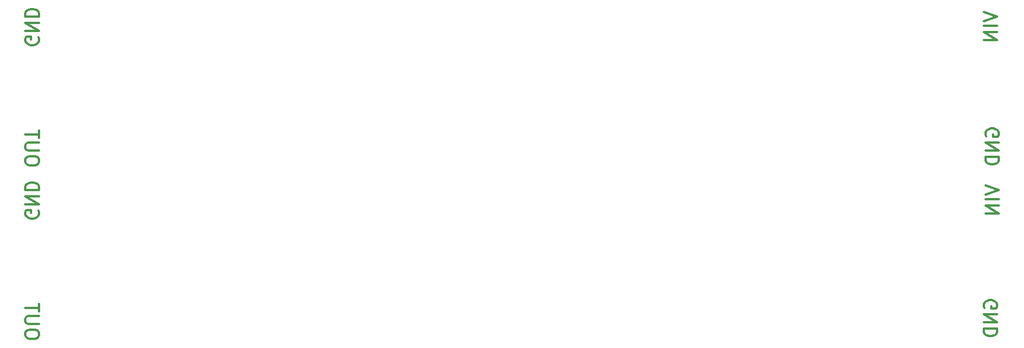
<source format=gbr>
%TF.GenerationSoftware,KiCad,Pcbnew,7.0.5*%
%TF.CreationDate,2025-04-03T03:30:24-04:00*%
%TF.ProjectId,fuck_it_stepper_2,6675636b-5f69-4745-9f73-746570706572,rev?*%
%TF.SameCoordinates,Original*%
%TF.FileFunction,Legend,Bot*%
%TF.FilePolarity,Positive*%
%FSLAX46Y46*%
G04 Gerber Fmt 4.6, Leading zero omitted, Abs format (unit mm)*
G04 Created by KiCad (PCBNEW 7.0.5) date 2025-04-03 03:30:24*
%MOMM*%
%LPD*%
G01*
G04 APERTURE LIST*
%ADD10C,0.300000*%
G04 APERTURE END LIST*
D10*
X187223638Y-48647844D02*
X189223638Y-49314510D01*
X189223638Y-49314510D02*
X187223638Y-49981177D01*
X189223638Y-50647844D02*
X187223638Y-50647844D01*
X189223638Y-51600225D02*
X187223638Y-51600225D01*
X187223638Y-51600225D02*
X189223638Y-52743082D01*
X189223638Y-52743082D02*
X187223638Y-52743082D01*
X186969638Y-22993844D02*
X188969638Y-23660510D01*
X188969638Y-23660510D02*
X186969638Y-24327177D01*
X188969638Y-24993844D02*
X186969638Y-24993844D01*
X188969638Y-25946225D02*
X186969638Y-25946225D01*
X186969638Y-25946225D02*
X188969638Y-27089082D01*
X188969638Y-27089082D02*
X186969638Y-27089082D01*
X187064876Y-66745177D02*
X186969638Y-66554701D01*
X186969638Y-66554701D02*
X186969638Y-66268987D01*
X186969638Y-66268987D02*
X187064876Y-65983272D01*
X187064876Y-65983272D02*
X187255352Y-65792796D01*
X187255352Y-65792796D02*
X187445828Y-65697558D01*
X187445828Y-65697558D02*
X187826780Y-65602320D01*
X187826780Y-65602320D02*
X188112495Y-65602320D01*
X188112495Y-65602320D02*
X188493447Y-65697558D01*
X188493447Y-65697558D02*
X188683923Y-65792796D01*
X188683923Y-65792796D02*
X188874400Y-65983272D01*
X188874400Y-65983272D02*
X188969638Y-66268987D01*
X188969638Y-66268987D02*
X188969638Y-66459463D01*
X188969638Y-66459463D02*
X188874400Y-66745177D01*
X188874400Y-66745177D02*
X188779161Y-66840415D01*
X188779161Y-66840415D02*
X188112495Y-66840415D01*
X188112495Y-66840415D02*
X188112495Y-66459463D01*
X188969638Y-67697558D02*
X186969638Y-67697558D01*
X186969638Y-67697558D02*
X188969638Y-68840415D01*
X188969638Y-68840415D02*
X186969638Y-68840415D01*
X188969638Y-69792796D02*
X186969638Y-69792796D01*
X186969638Y-69792796D02*
X186969638Y-70268986D01*
X186969638Y-70268986D02*
X187064876Y-70554701D01*
X187064876Y-70554701D02*
X187255352Y-70745177D01*
X187255352Y-70745177D02*
X187445828Y-70840415D01*
X187445828Y-70840415D02*
X187826780Y-70935653D01*
X187826780Y-70935653D02*
X188112495Y-70935653D01*
X188112495Y-70935653D02*
X188493447Y-70840415D01*
X188493447Y-70840415D02*
X188683923Y-70745177D01*
X188683923Y-70745177D02*
X188874400Y-70554701D01*
X188874400Y-70554701D02*
X188969638Y-70268986D01*
X188969638Y-70268986D02*
X188969638Y-69792796D01*
X187318876Y-41345177D02*
X187223638Y-41154701D01*
X187223638Y-41154701D02*
X187223638Y-40868987D01*
X187223638Y-40868987D02*
X187318876Y-40583272D01*
X187318876Y-40583272D02*
X187509352Y-40392796D01*
X187509352Y-40392796D02*
X187699828Y-40297558D01*
X187699828Y-40297558D02*
X188080780Y-40202320D01*
X188080780Y-40202320D02*
X188366495Y-40202320D01*
X188366495Y-40202320D02*
X188747447Y-40297558D01*
X188747447Y-40297558D02*
X188937923Y-40392796D01*
X188937923Y-40392796D02*
X189128400Y-40583272D01*
X189128400Y-40583272D02*
X189223638Y-40868987D01*
X189223638Y-40868987D02*
X189223638Y-41059463D01*
X189223638Y-41059463D02*
X189128400Y-41345177D01*
X189128400Y-41345177D02*
X189033161Y-41440415D01*
X189033161Y-41440415D02*
X188366495Y-41440415D01*
X188366495Y-41440415D02*
X188366495Y-41059463D01*
X189223638Y-42297558D02*
X187223638Y-42297558D01*
X187223638Y-42297558D02*
X189223638Y-43440415D01*
X189223638Y-43440415D02*
X187223638Y-43440415D01*
X189223638Y-44392796D02*
X187223638Y-44392796D01*
X187223638Y-44392796D02*
X187223638Y-44868986D01*
X187223638Y-44868986D02*
X187318876Y-45154701D01*
X187318876Y-45154701D02*
X187509352Y-45345177D01*
X187509352Y-45345177D02*
X187699828Y-45440415D01*
X187699828Y-45440415D02*
X188080780Y-45535653D01*
X188080780Y-45535653D02*
X188366495Y-45535653D01*
X188366495Y-45535653D02*
X188747447Y-45440415D01*
X188747447Y-45440415D02*
X188937923Y-45345177D01*
X188937923Y-45345177D02*
X189128400Y-45154701D01*
X189128400Y-45154701D02*
X189223638Y-44868986D01*
X189223638Y-44868986D02*
X189223638Y-44392796D01*
X47472361Y-45173489D02*
X47472361Y-44792536D01*
X47472361Y-44792536D02*
X47377123Y-44602060D01*
X47377123Y-44602060D02*
X47186647Y-44411584D01*
X47186647Y-44411584D02*
X46805695Y-44316346D01*
X46805695Y-44316346D02*
X46139028Y-44316346D01*
X46139028Y-44316346D02*
X45758076Y-44411584D01*
X45758076Y-44411584D02*
X45567600Y-44602060D01*
X45567600Y-44602060D02*
X45472361Y-44792536D01*
X45472361Y-44792536D02*
X45472361Y-45173489D01*
X45472361Y-45173489D02*
X45567600Y-45363965D01*
X45567600Y-45363965D02*
X45758076Y-45554441D01*
X45758076Y-45554441D02*
X46139028Y-45649679D01*
X46139028Y-45649679D02*
X46805695Y-45649679D01*
X46805695Y-45649679D02*
X47186647Y-45554441D01*
X47186647Y-45554441D02*
X47377123Y-45363965D01*
X47377123Y-45363965D02*
X47472361Y-45173489D01*
X47472361Y-43459203D02*
X45853314Y-43459203D01*
X45853314Y-43459203D02*
X45662838Y-43363965D01*
X45662838Y-43363965D02*
X45567600Y-43268727D01*
X45567600Y-43268727D02*
X45472361Y-43078251D01*
X45472361Y-43078251D02*
X45472361Y-42697298D01*
X45472361Y-42697298D02*
X45567600Y-42506822D01*
X45567600Y-42506822D02*
X45662838Y-42411584D01*
X45662838Y-42411584D02*
X45853314Y-42316346D01*
X45853314Y-42316346D02*
X47472361Y-42316346D01*
X47472361Y-41649679D02*
X47472361Y-40506822D01*
X45472361Y-41078251D02*
X47472361Y-41078251D01*
X47472361Y-70827489D02*
X47472361Y-70446536D01*
X47472361Y-70446536D02*
X47377123Y-70256060D01*
X47377123Y-70256060D02*
X47186647Y-70065584D01*
X47186647Y-70065584D02*
X46805695Y-69970346D01*
X46805695Y-69970346D02*
X46139028Y-69970346D01*
X46139028Y-69970346D02*
X45758076Y-70065584D01*
X45758076Y-70065584D02*
X45567600Y-70256060D01*
X45567600Y-70256060D02*
X45472361Y-70446536D01*
X45472361Y-70446536D02*
X45472361Y-70827489D01*
X45472361Y-70827489D02*
X45567600Y-71017965D01*
X45567600Y-71017965D02*
X45758076Y-71208441D01*
X45758076Y-71208441D02*
X46139028Y-71303679D01*
X46139028Y-71303679D02*
X46805695Y-71303679D01*
X46805695Y-71303679D02*
X47186647Y-71208441D01*
X47186647Y-71208441D02*
X47377123Y-71017965D01*
X47377123Y-71017965D02*
X47472361Y-70827489D01*
X47472361Y-69113203D02*
X45853314Y-69113203D01*
X45853314Y-69113203D02*
X45662838Y-69017965D01*
X45662838Y-69017965D02*
X45567600Y-68922727D01*
X45567600Y-68922727D02*
X45472361Y-68732251D01*
X45472361Y-68732251D02*
X45472361Y-68351298D01*
X45472361Y-68351298D02*
X45567600Y-68160822D01*
X45567600Y-68160822D02*
X45662838Y-68065584D01*
X45662838Y-68065584D02*
X45853314Y-67970346D01*
X45853314Y-67970346D02*
X47472361Y-67970346D01*
X47472361Y-67303679D02*
X47472361Y-66160822D01*
X45472361Y-66732251D02*
X47472361Y-66732251D01*
X47377123Y-52380822D02*
X47472361Y-52571298D01*
X47472361Y-52571298D02*
X47472361Y-52857012D01*
X47472361Y-52857012D02*
X47377123Y-53142727D01*
X47377123Y-53142727D02*
X47186647Y-53333203D01*
X47186647Y-53333203D02*
X46996171Y-53428441D01*
X46996171Y-53428441D02*
X46615219Y-53523679D01*
X46615219Y-53523679D02*
X46329504Y-53523679D01*
X46329504Y-53523679D02*
X45948552Y-53428441D01*
X45948552Y-53428441D02*
X45758076Y-53333203D01*
X45758076Y-53333203D02*
X45567600Y-53142727D01*
X45567600Y-53142727D02*
X45472361Y-52857012D01*
X45472361Y-52857012D02*
X45472361Y-52666536D01*
X45472361Y-52666536D02*
X45567600Y-52380822D01*
X45567600Y-52380822D02*
X45662838Y-52285584D01*
X45662838Y-52285584D02*
X46329504Y-52285584D01*
X46329504Y-52285584D02*
X46329504Y-52666536D01*
X45472361Y-51428441D02*
X47472361Y-51428441D01*
X47472361Y-51428441D02*
X45472361Y-50285584D01*
X45472361Y-50285584D02*
X47472361Y-50285584D01*
X45472361Y-49333203D02*
X47472361Y-49333203D01*
X47472361Y-49333203D02*
X47472361Y-48857013D01*
X47472361Y-48857013D02*
X47377123Y-48571298D01*
X47377123Y-48571298D02*
X47186647Y-48380822D01*
X47186647Y-48380822D02*
X46996171Y-48285584D01*
X46996171Y-48285584D02*
X46615219Y-48190346D01*
X46615219Y-48190346D02*
X46329504Y-48190346D01*
X46329504Y-48190346D02*
X45948552Y-48285584D01*
X45948552Y-48285584D02*
X45758076Y-48380822D01*
X45758076Y-48380822D02*
X45567600Y-48571298D01*
X45567600Y-48571298D02*
X45472361Y-48857013D01*
X45472361Y-48857013D02*
X45472361Y-49333203D01*
X47377123Y-26726822D02*
X47472361Y-26917298D01*
X47472361Y-26917298D02*
X47472361Y-27203012D01*
X47472361Y-27203012D02*
X47377123Y-27488727D01*
X47377123Y-27488727D02*
X47186647Y-27679203D01*
X47186647Y-27679203D02*
X46996171Y-27774441D01*
X46996171Y-27774441D02*
X46615219Y-27869679D01*
X46615219Y-27869679D02*
X46329504Y-27869679D01*
X46329504Y-27869679D02*
X45948552Y-27774441D01*
X45948552Y-27774441D02*
X45758076Y-27679203D01*
X45758076Y-27679203D02*
X45567600Y-27488727D01*
X45567600Y-27488727D02*
X45472361Y-27203012D01*
X45472361Y-27203012D02*
X45472361Y-27012536D01*
X45472361Y-27012536D02*
X45567600Y-26726822D01*
X45567600Y-26726822D02*
X45662838Y-26631584D01*
X45662838Y-26631584D02*
X46329504Y-26631584D01*
X46329504Y-26631584D02*
X46329504Y-27012536D01*
X45472361Y-25774441D02*
X47472361Y-25774441D01*
X47472361Y-25774441D02*
X45472361Y-24631584D01*
X45472361Y-24631584D02*
X47472361Y-24631584D01*
X45472361Y-23679203D02*
X47472361Y-23679203D01*
X47472361Y-23679203D02*
X47472361Y-23203013D01*
X47472361Y-23203013D02*
X47377123Y-22917298D01*
X47377123Y-22917298D02*
X47186647Y-22726822D01*
X47186647Y-22726822D02*
X46996171Y-22631584D01*
X46996171Y-22631584D02*
X46615219Y-22536346D01*
X46615219Y-22536346D02*
X46329504Y-22536346D01*
X46329504Y-22536346D02*
X45948552Y-22631584D01*
X45948552Y-22631584D02*
X45758076Y-22726822D01*
X45758076Y-22726822D02*
X45567600Y-22917298D01*
X45567600Y-22917298D02*
X45472361Y-23203013D01*
X45472361Y-23203013D02*
X45472361Y-23679203D01*
M02*

</source>
